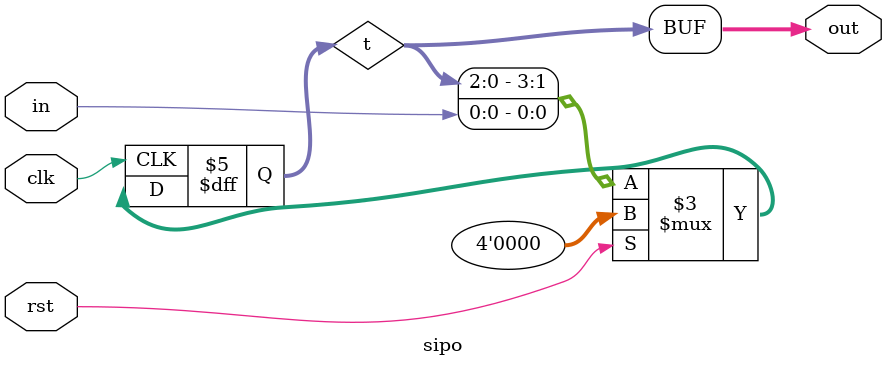
<source format=v>
`timescale 1ns / 1ps


module sipo(in,rst,clk,out);
    input in,rst,clk;
    output [3:0]out;
    
    reg [3:0]t;
    
    assign out = t;
    
    always@(posedge clk) begin
        if (rst)
           t <= 0;
        else begin
            t <= {t[2:0],in};
            //out <= t;
        end
    end
endmodule

</source>
